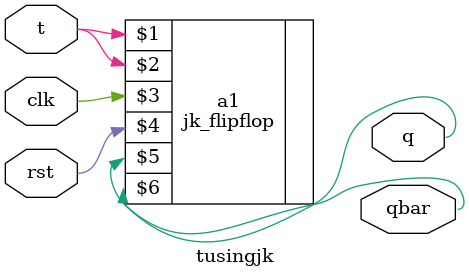
<source format=v>
`timescale 1ns / 1ps


module tusingjk(
    input t,clk,rst,
    output q,qbar
    );
    jk_flipflop a1(t,t,clk,rst,q,qbar);
endmodule

</source>
